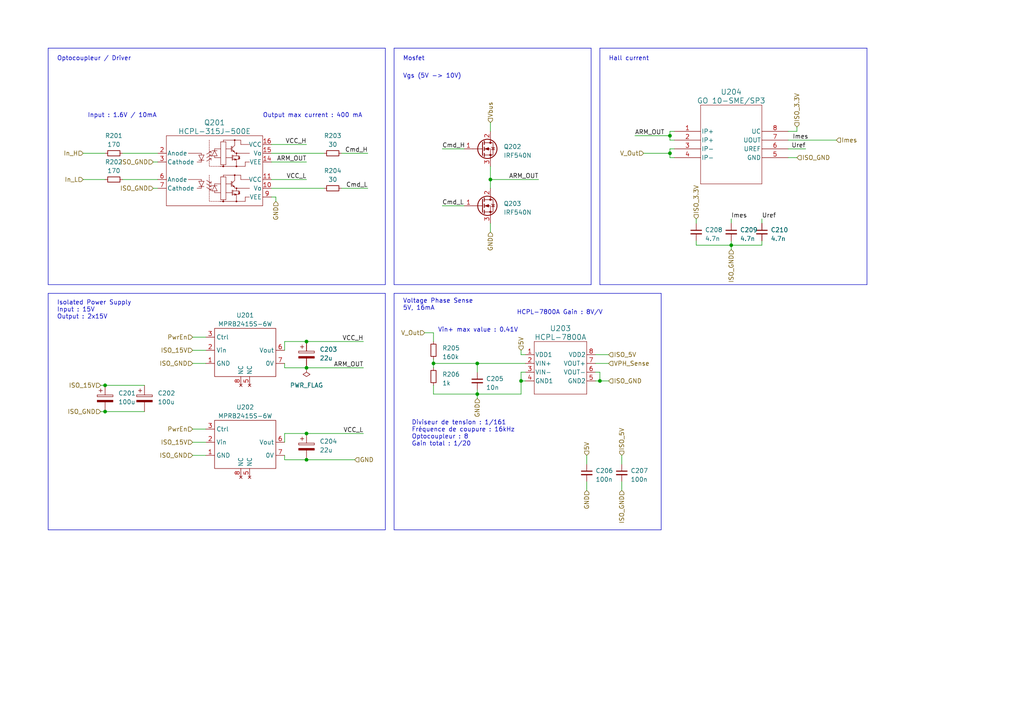
<source format=kicad_sch>
(kicad_sch (version 20230121) (generator eeschema)
  (paper "A4")
  (lib_symbols
    (symbol "Custom:GO_10-SME" (pin_names (offset 0.254))
      (property "Reference" "U" (at 7.62 -12.7 0))
      (property "Value" "GO 10-SME/SP3" (at 0 12.7 0))
      (symbol "GO_10-SME_0_1"
        (polyline (pts (xy -8.89 -11.43) (xy 8.89 -11.43)) (stroke (width 0.127)))
        (polyline (pts (xy -8.89 11.43) (xy -8.89 -11.43)) (stroke (width 0.127)))
        (polyline (pts (xy 8.89 -11.43) (xy 8.89 11.43)) (stroke (width 0.127)))
        (polyline (pts (xy 8.89 11.43) (xy -8.89 11.43)) (stroke (width 0.127)))
        (pin input line (at -16.51 3.81 0) (length 7.62) (name "IP+") (number "1"))
        (pin input line (at -16.51 1.27 0) (length 7.62) (name "IP+") (number "2"))
        (pin output line (at 16.51 1.27 180) (length 7.62) (name "UOUT") (number "7"))
        (pin power_in line (at 16.51 3.81 180) (length 7.62) (name "UC") (number "8"))
      )
      (symbol "GO_10-SME_1_1"
        (pin passive line (at -16.51 -1.27 0) (length 7.62) (name "IP-") (number "3"))
        (pin passive line (at -16.51 -3.81 0) (length 7.62) (name "IP-") (number "4"))
        (pin power_in line (at 16.51 -3.81 180) (length 7.62) (name "GND") (number "5"))
        (pin output line (at 16.51 -1.27 180) (length 7.62) (name "UREF") (number "6"))
      )
    )
    (symbol "Custom:HCPL-315J-500E" (pin_names (offset 0.254))
      (property "Reference" "Q" (at 10.16 -12.7 0))
      (property "Value" "HCPL-315J-500E" (at 0 10.16 0))
      (symbol "HCPL-315J-500E_0_1"
        (polyline (pts (xy -13.97 -11.43) (xy 13.97 -11.43)) (stroke (width 0.127)))
        (polyline (pts (xy -13.97 8.89) (xy -13.97 -11.43)) (stroke (width 0.127)))
        (polyline (pts (xy -7.62 -3.81) (xy -3.81 -3.81)) (stroke (width 0.127)))
        (polyline (pts (xy -7.62 3.81) (xy -3.81 3.81)) (stroke (width 0.127)))
        (polyline (pts (xy -5.08 -6.35) (xy -3.81 -6.35)) (stroke (width 0.127)))
        (polyline (pts (xy -5.08 1.27) (xy -3.81 1.27)) (stroke (width 0.127)))
        (polyline (pts (xy -4.572 -4.318) (xy -3.81 -5.842)) (stroke (width 0.127)))
        (polyline (pts (xy -4.572 3.302) (xy -3.81 1.778)) (stroke (width 0.127)))
        (polyline (pts (xy -3.81 -6.35) (xy -3.81 -5.842)) (stroke (width 0.127)))
        (polyline (pts (xy -3.81 -5.842) (xy -3.048 -4.318)) (stroke (width 0.127)))
        (polyline (pts (xy -3.81 -4.318) (xy -3.81 -3.81)) (stroke (width 0.127)))
        (polyline (pts (xy -3.81 1.27) (xy -3.81 1.778)) (stroke (width 0.127)))
        (polyline (pts (xy -3.81 1.778) (xy -3.048 3.302)) (stroke (width 0.127)))
        (polyline (pts (xy -3.81 3.302) (xy -3.81 3.81)) (stroke (width 0.127)))
        (polyline (pts (xy -3.048 -5.842) (xy -4.572 -5.842)) (stroke (width 0.127)))
        (polyline (pts (xy -3.048 -4.318) (xy -4.572 -4.318)) (stroke (width 0.127)))
        (polyline (pts (xy -3.048 1.778) (xy -4.572 1.778)) (stroke (width 0.127)))
        (polyline (pts (xy -3.048 3.302) (xy -4.572 3.302)) (stroke (width 0.127)))
        (polyline (pts (xy -2.286 -6.096) (xy -1.016 -6.858)) (stroke (width 0.127)))
        (polyline (pts (xy -2.286 -5.08) (xy -1.016 -5.842)) (stroke (width 0.127)))
        (polyline (pts (xy -2.286 -4.064) (xy -1.016 -4.826)) (stroke (width 0.127)))
        (polyline (pts (xy -2.286 1.524) (xy -1.016 2.286)) (stroke (width 0.127)))
        (polyline (pts (xy -2.286 2.54) (xy -1.016 3.302)) (stroke (width 0.127)))
        (polyline (pts (xy -2.286 3.556) (xy -1.016 4.318)) (stroke (width 0.127)))
        (polyline (pts (xy -1.524 -10.16) (xy -1.27 -10.16)) (stroke (width 0.127)))
        (polyline (pts (xy -1.524 -9.652) (xy -1.524 -9.906)) (stroke (width 0.127)))
        (polyline (pts (xy -1.524 -9.144) (xy -1.524 -9.398)) (stroke (width 0.127)))
        (polyline (pts (xy -1.524 -8.636) (xy -1.524 -8.89)) (stroke (width 0.127)))
        (polyline (pts (xy -1.524 -8.128) (xy -1.524 -8.382)) (stroke (width 0.127)))
        (polyline (pts (xy -1.524 -7.62) (xy -1.524 -7.874)) (stroke (width 0.127)))
        (polyline (pts (xy -1.524 -7.112) (xy -1.524 -7.366)) (stroke (width 0.127)))
        (polyline (pts (xy -1.524 -6.604) (xy -1.524 -6.858)) (stroke (width 0.127)))
        (polyline (pts (xy -1.524 -6.096) (xy -1.524 -6.35)) (stroke (width 0.127)))
        (polyline (pts (xy -1.524 -5.588) (xy -1.524 -5.842)) (stroke (width 0.127)))
        (polyline (pts (xy -1.524 -5.334) (xy -1.524 -5.08)) (stroke (width 0.127)))
        (polyline (pts (xy -1.524 -4.826) (xy -1.524 -4.572)) (stroke (width 0.127)))
        (polyline (pts (xy -1.524 -4.318) (xy -1.524 -4.064)) (stroke (width 0.127)))
        (polyline (pts (xy -1.524 -3.81) (xy -1.524 -3.556)) (stroke (width 0.127)))
        (polyline (pts (xy -1.524 -3.302) (xy -1.524 -3.048)) (stroke (width 0.127)))
        (polyline (pts (xy -1.524 -2.794) (xy -1.524 -2.54)) (stroke (width 0.127)))
        (polyline (pts (xy -1.524 0) (xy -1.27 0)) (stroke (width 0.127)))
        (polyline (pts (xy -1.524 0.508) (xy -1.524 0.254)) (stroke (width 0.127)))
        (polyline (pts (xy -1.524 1.016) (xy -1.524 0.762)) (stroke (width 0.127)))
        (polyline (pts (xy -1.524 1.524) (xy -1.524 1.27)) (stroke (width 0.127)))
        (polyline (pts (xy -1.524 2.032) (xy -1.524 1.778)) (stroke (width 0.127)))
        (polyline (pts (xy -1.524 2.54) (xy -1.524 2.286)) (stroke (width 0.127)))
        (polyline (pts (xy -1.524 3.048) (xy -1.524 2.794)) (stroke (width 0.127)))
        (polyline (pts (xy -1.524 3.302) (xy -1.524 3.556)) (stroke (width 0.127)))
        (polyline (pts (xy -1.524 3.81) (xy -1.524 4.064)) (stroke (width 0.127)))
        (polyline (pts (xy -1.524 4.318) (xy -1.524 4.572)) (stroke (width 0.127)))
        (polyline (pts (xy -1.524 4.826) (xy -1.524 5.08)) (stroke (width 0.127)))
        (polyline (pts (xy -1.524 5.334) (xy -1.524 5.588)) (stroke (width 0.127)))
        (polyline (pts (xy -1.524 5.842) (xy -1.524 6.096)) (stroke (width 0.127)))
        (polyline (pts (xy -1.524 6.35) (xy -1.524 6.604)) (stroke (width 0.127)))
        (polyline (pts (xy -1.524 6.858) (xy -1.524 7.112)) (stroke (width 0.127)))
        (polyline (pts (xy -1.524 7.366) (xy -1.524 7.62)) (stroke (width 0.127)))
        (polyline (pts (xy -1.016 -6.858) (xy -1.524 -6.858)) (stroke (width 0.127)))
        (polyline (pts (xy -1.016 -6.858) (xy -1.016 -6.35)) (stroke (width 0.127)))
        (polyline (pts (xy -1.016 -5.842) (xy -1.524 -5.842)) (stroke (width 0.127)))
        (polyline (pts (xy -1.016 -5.842) (xy -1.016 -5.334)) (stroke (width 0.127)))
        (polyline (pts (xy -1.016 -4.826) (xy -1.524 -4.826)) (stroke (width 0.127)))
        (polyline (pts (xy -1.016 -4.826) (xy -1.016 -4.318)) (stroke (width 0.127)))
        (polyline (pts (xy -1.016 2.286) (xy -1.524 2.286)) (stroke (width 0.127)))
        (polyline (pts (xy -1.016 2.286) (xy -1.016 1.778)) (stroke (width 0.127)))
        (polyline (pts (xy -1.016 3.302) (xy -1.524 3.302)) (stroke (width 0.127)))
        (polyline (pts (xy -1.016 3.302) (xy -1.016 2.794)) (stroke (width 0.127)))
        (polyline (pts (xy -1.016 4.318) (xy -1.524 4.318)) (stroke (width 0.127)))
        (polyline (pts (xy -1.016 4.318) (xy -1.016 3.81)) (stroke (width 0.127)))
        (polyline (pts (xy -0.762 -10.16) (xy -1.016 -10.16)) (stroke (width 0.127)))
        (polyline (pts (xy -0.762 -7.112) (xy 0.762 -7.112)) (stroke (width 0.127)))
        (polyline (pts (xy -0.762 -5.588) (xy 0.762 -5.588)) (stroke (width 0.127)))
        (polyline (pts (xy -0.762 0) (xy -1.016 0)) (stroke (width 0.127)))
        (polyline (pts (xy -0.762 3.048) (xy 0.762 3.048)) (stroke (width 0.127)))
        (polyline (pts (xy -0.762 4.572) (xy 0.762 4.572)) (stroke (width 0.127)))
        (polyline (pts (xy -0.254 -10.16) (xy -0.508 -10.16)) (stroke (width 0.127)))
        (polyline (pts (xy -0.254 0) (xy -0.508 0)) (stroke (width 0.127)))
        (polyline (pts (xy 0 -7.112) (xy 0 -7.62)) (stroke (width 0.127)))
        (polyline (pts (xy 0 -5.588) (xy -0.762 -7.112)) (stroke (width 0.127)))
        (polyline (pts (xy 0 -5.08) (xy 0 -5.588)) (stroke (width 0.127)))
        (polyline (pts (xy 0 3.048) (xy 0 2.54)) (stroke (width 0.127)))
        (polyline (pts (xy 0 4.572) (xy -0.762 3.048)) (stroke (width 0.127)))
        (polyline (pts (xy 0 5.08) (xy 0 4.572)) (stroke (width 0.127)))
        (polyline (pts (xy 0.254 -10.16) (xy 0 -10.16)) (stroke (width 0.127)))
        (polyline (pts (xy 0.254 0) (xy 0 0)) (stroke (width 0.127)))
        (polyline (pts (xy 0.762 -10.16) (xy 0.508 -10.16)) (stroke (width 0.127)))
        (polyline (pts (xy 0.762 -7.112) (xy 0 -5.588)) (stroke (width 0.127)))
        (polyline (pts (xy 0.762 0) (xy 0.508 0)) (stroke (width 0.127)))
        (polyline (pts (xy 0.762 3.048) (xy 0 4.572)) (stroke (width 0.127)))
        (polyline (pts (xy 1.27 -10.16) (xy 1.016 -10.16)) (stroke (width 0.127)))
        (polyline (pts (xy 1.27 0) (xy 1.016 0)) (stroke (width 0.127)))
        (polyline (pts (xy 1.778 -10.16) (xy 1.524 -10.16)) (stroke (width 0.127)))
        (polyline (pts (xy 1.778 -10.16) (xy 1.524 -10.16)) (stroke (width 0.127)))
        (polyline (pts (xy 1.778 -9.652) (xy 3.302 -9.652)) (stroke (width 0.127)))
        (polyline (pts (xy 1.778 -7.62) (xy 0 -7.62)) (stroke (width 0.127)))
        (polyline (pts (xy 1.778 -5.08) (xy 0 -5.08)) (stroke (width 0.127)))
        (polyline (pts (xy 1.778 -3.048) (xy 1.778 -9.652)) (stroke (width 0.127)))
        (polyline (pts (xy 1.778 0) (xy 1.524 0)) (stroke (width 0.127)))
        (polyline (pts (xy 1.778 0) (xy 1.524 0)) (stroke (width 0.127)))
        (polyline (pts (xy 1.778 0.508) (xy 3.302 0.508)) (stroke (width 0.127)))
        (polyline (pts (xy 1.778 2.54) (xy 0 2.54)) (stroke (width 0.127)))
        (polyline (pts (xy 1.778 5.08) (xy 0 5.08)) (stroke (width 0.127)))
        (polyline (pts (xy 1.778 7.112) (xy 1.778 0.508)) (stroke (width 0.127)))
        (polyline (pts (xy 2.286 -10.16) (xy 2.032 -10.16)) (stroke (width 0.127)))
        (polyline (pts (xy 2.286 -10.16) (xy 2.032 -10.16)) (stroke (width 0.127)))
        (polyline (pts (xy 2.286 0) (xy 2.032 0)) (stroke (width 0.127)))
        (polyline (pts (xy 2.286 0) (xy 2.032 0)) (stroke (width 0.127)))
        (polyline (pts (xy 2.54 -9.652) (xy 2.54 -10.16)) (stroke (width 0.127)))
        (polyline (pts (xy 2.54 -2.54) (xy 2.54 -3.048)) (stroke (width 0.127)))
        (polyline (pts (xy 2.54 0.508) (xy 2.54 0)) (stroke (width 0.127)))
        (polyline (pts (xy 2.54 7.62) (xy 2.54 7.112)) (stroke (width 0.127)))
        (polyline (pts (xy 3.302 -9.652) (xy 3.302 -3.048)) (stroke (width 0.127)))
        (polyline (pts (xy 3.302 -7.62) (xy 5.08 -7.62)) (stroke (width 0.127)))
        (polyline (pts (xy 3.302 -5.08) (xy 4.826 -5.08)) (stroke (width 0.127)))
        (polyline (pts (xy 3.302 -3.048) (xy 1.778 -3.048)) (stroke (width 0.127)))
        (polyline (pts (xy 3.302 0.508) (xy 3.302 7.112)) (stroke (width 0.127)))
        (polyline (pts (xy 3.302 2.54) (xy 5.08 2.54)) (stroke (width 0.127)))
        (polyline (pts (xy 3.302 5.08) (xy 4.826 5.08)) (stroke (width 0.127)))
        (polyline (pts (xy 3.302 7.112) (xy 1.778 7.112)) (stroke (width 0.127)))
        (polyline (pts (xy 4.826 -4.318) (xy 4.826 -5.842)) (stroke (width 0.127)))
        (polyline (pts (xy 4.826 5.842) (xy 4.826 4.318)) (stroke (width 0.127)))
        (polyline (pts (xy 5.08 -6.858) (xy 5.08 -8.382)) (stroke (width 0.127)))
        (polyline (pts (xy 5.08 -5.334) (xy 5.588 -5.842)) (stroke (width 0.127)))
        (polyline (pts (xy 5.08 -4.826) (xy 5.842 -4.064)) (stroke (width 0.127)))
        (polyline (pts (xy 5.08 -4.318) (xy 5.08 -5.842)) (stroke (width 0.127)))
        (polyline (pts (xy 5.08 3.302) (xy 5.08 1.778)) (stroke (width 0.127)))
        (polyline (pts (xy 5.08 4.826) (xy 5.588 4.318)) (stroke (width 0.127)))
        (polyline (pts (xy 5.08 5.334) (xy 5.842 6.096)) (stroke (width 0.127)))
        (polyline (pts (xy 5.08 5.842) (xy 5.08 4.318)) (stroke (width 0.127)))
        (polyline (pts (xy 5.334 -8.128) (xy 7.112 -8.128)) (stroke (width 0.127)))
        (polyline (pts (xy 5.334 -7.112) (xy 7.112 -7.112)) (stroke (width 0.127)))
        (polyline (pts (xy 5.334 -6.858) (xy 5.334 -8.382)) (stroke (width 0.127)))
        (polyline (pts (xy 5.334 2.032) (xy 7.112 2.032)) (stroke (width 0.127)))
        (polyline (pts (xy 5.334 3.048) (xy 7.112 3.048)) (stroke (width 0.127)))
        (polyline (pts (xy 5.334 3.302) (xy 5.334 1.778)) (stroke (width 0.127)))
        (polyline (pts (xy 5.842 -6.096) (xy 5.842 -6.35)) (stroke (width 0.127)))
        (polyline (pts (xy 5.842 -2.54) (xy 5.842 -4.064)) (stroke (width 0.127)))
        (polyline (pts (xy 5.842 4.064) (xy 5.842 3.81)) (stroke (width 0.127)))
        (polyline (pts (xy 5.842 7.62) (xy 5.842 6.096)) (stroke (width 0.127)))
        (polyline (pts (xy 6.35 -10.16) (xy 6.35 -8.128)) (stroke (width 0.127)))
        (polyline (pts (xy 6.35 -7.112) (xy 6.35 -6.35)) (stroke (width 0.127)))
        (polyline (pts (xy 6.35 -6.35) (xy 10.16 -6.35)) (stroke (width 0.127)))
        (polyline (pts (xy 6.35 0) (xy 6.35 2.032)) (stroke (width 0.127)))
        (polyline (pts (xy 6.35 3.048) (xy 6.35 3.81)) (stroke (width 0.127)))
        (polyline (pts (xy 6.35 3.81) (xy 10.16 3.81)) (stroke (width 0.127)))
        (polyline (pts (xy 6.858 -7.366) (xy 7.366 -7.366)) (stroke (width 0.127)))
        (polyline (pts (xy 6.858 2.794) (xy 7.366 2.794)) (stroke (width 0.127)))
        (polyline (pts (xy 7.112 -7.874) (xy 7.112 -8.128)) (stroke (width 0.127)))
        (polyline (pts (xy 7.112 -7.112) (xy 7.112 -7.366)) (stroke (width 0.127)))
        (polyline (pts (xy 7.112 2.286) (xy 7.112 2.032)) (stroke (width 0.127)))
        (polyline (pts (xy 7.112 3.048) (xy 7.112 2.794)) (stroke (width 0.127)))
        (polyline (pts (xy 7.62 -3.81) (xy 10.16 -3.81)) (stroke (width 0.127)))
        (polyline (pts (xy 7.62 -2.54) (xy 2.54 -2.54)) (stroke (width 0.127)))
        (polyline (pts (xy 7.62 -2.54) (xy 7.62 -3.81)) (stroke (width 0.127)))
        (polyline (pts (xy 7.62 6.35) (xy 10.16 6.35)) (stroke (width 0.127)))
        (polyline (pts (xy 7.62 7.62) (xy 2.54 7.62)) (stroke (width 0.127)))
        (polyline (pts (xy 7.62 7.62) (xy 7.62 6.35)) (stroke (width 0.127)))
        (polyline (pts (xy 8.89 -10.16) (xy 2.54 -10.16)) (stroke (width 0.127)))
        (polyline (pts (xy 8.89 -8.89) (xy 8.89 -10.16)) (stroke (width 0.127)))
        (polyline (pts (xy 8.89 -8.89) (xy 10.16 -8.89)) (stroke (width 0.127)))
        (polyline (pts (xy 8.89 0) (xy 2.54 0)) (stroke (width 0.127)))
        (polyline (pts (xy 8.89 1.27) (xy 8.89 0)) (stroke (width 0.127)))
        (polyline (pts (xy 8.89 1.27) (xy 10.16 1.27)) (stroke (width 0.127)))
        (polyline (pts (xy 13.97 -11.43) (xy 13.97 8.89)) (stroke (width 0.127)))
        (polyline (pts (xy 13.97 8.89) (xy -13.97 8.89)) (stroke (width 0.127)))
        (polyline (pts (xy 5.842 -6.096) (xy 5.588 -5.588) (xy 5.334 -5.842)) (fill (type outline)))
        (polyline (pts (xy 5.842 4.064) (xy 5.588 4.572) (xy 5.334 4.318)) (fill (type outline)))
        (polyline (pts (xy 6.35 -8.128) (xy 5.842 -8.382) (xy 5.842 -7.874)) (fill (type outline)))
        (polyline (pts (xy 6.35 2.032) (xy 5.842 1.778) (xy 5.842 2.286)) (fill (type outline)))
        (polyline (pts (xy 7.112 -7.366) (xy 7.366 -7.874) (xy 6.858 -7.874)) (fill (type outline)))
        (polyline (pts (xy 7.112 2.794) (xy 7.366 2.286) (xy 6.858 2.286)) (fill (type outline)))
        (circle (center 2.54 -10.16) (radius 0.127) (stroke (width 0.254)))
        (circle (center 2.54 0) (radius 0.127) (stroke (width 0.254)))
        (circle (center 5.842 -2.54) (radius 0.127) (stroke (width 0.254)))
        (circle (center 5.842 7.62) (radius 0.127) (stroke (width 0.254)))
        (circle (center 6.35 -10.16) (radius 0.127) (stroke (width 0.254)))
        (circle (center 6.35 -6.35) (radius 0.127) (stroke (width 0.254)))
        (circle (center 6.35 0) (radius 0.127) (stroke (width 0.254)))
        (circle (center 6.35 3.81) (radius 0.127) (stroke (width 0.254)))
      )
      (symbol "HCPL-315J-500E_1_1"
        (pin no_connect line (at -11.43 6.35 0) (length 2.54) hide (name "N/C") (number "1"))
        (pin output line (at 16.51 -6.35 180) (length 2.54) (name "Vo") (number "10"))
        (pin power_in line (at 16.51 -3.81 180) (length 2.54) (name "VCC") (number "11"))
        (pin power_in line (at 16.51 1.27 180) (length 2.54) (name "VEE") (number "14"))
        (pin output line (at 16.51 3.81 180) (length 2.54) (name "Vo") (number "15"))
        (pin power_in line (at 16.51 6.35 180) (length 2.54) (name "VCC") (number "16"))
        (pin unspecified line (at -16.51 3.81 0) (length 2.54) (name "Anode") (number "2"))
        (pin unspecified line (at -16.51 1.27 0) (length 2.54) (name "Cathode") (number "3"))
        (pin unspecified line (at -16.51 -3.81 0) (length 2.54) (name "Anode") (number "6"))
        (pin unspecified line (at -16.51 -6.35 0) (length 2.54) (name "Cathode") (number "7"))
        (pin no_connect line (at -16.51 -8.89 0) (length 2.54) hide (name "N/C") (number "8"))
        (pin power_in line (at 16.51 -8.89 180) (length 2.54) (name "VEE") (number "9"))
      )
    )
    (symbol "Custom:HCPL-7800A" (pin_names (offset 0.254))
      (property "Reference" "U" (at 6.35 -8.89 0))
      (property "Value" "HCPL-7800A" (at 0 8.89 0))
      (symbol "HCPL-7800A_0_1"
        (polyline (pts (xy -7.62 -7.62) (xy 7.62 -7.62)) (stroke (width 0.127)))
        (polyline (pts (xy -7.62 7.62) (xy -7.62 -7.62)) (stroke (width 0.127)))
        (polyline (pts (xy 7.62 -7.62) (xy 7.62 7.62)) (stroke (width 0.127)))
        (polyline (pts (xy 7.62 7.62) (xy -7.62 7.62)) (stroke (width 0.127)))
      )
      (symbol "HCPL-7800A_1_1"
        (pin power_in line (at -10.16 3.81 0) (length 2.54) (name "VDD1") (number "1"))
        (pin input line (at -10.16 1.27 0) (length 2.54) (name "VIN+") (number "2"))
        (pin input line (at -10.16 -1.27 0) (length 2.54) (name "VIN-") (number "3"))
        (pin power_in line (at -10.16 -3.81 0) (length 2.54) (name "GND1") (number "4"))
        (pin power_in line (at 10.16 -3.81 180) (length 2.54) (name "GND2") (number "5"))
        (pin passive line (at 10.16 -1.27 180) (length 2.54) (name "VOUT-") (number "6"))
        (pin passive line (at 10.16 1.27 180) (length 2.54) (name "VOUT+") (number "7"))
        (pin power_in line (at 10.16 3.81 180) (length 2.54) (name "VDD2") (number "8"))
      )
    )
    (symbol "Custom:MPRB2415S-6W"
      (property "Reference" "U" (at 6.35 -8.89 0))
      (property "Value" "MPRB2415S-6W" (at 0 7.62 0))
      (symbol "MPRB2415S-6W_1_1"
        (rectangle (start -8.89 6.35) (end 8.89 -7.62))
        (pin power_in line (at -11.43 -3.81 0) (length 2.54) (name "GND") (number "1"))
        (pin power_in line (at -11.43 0 0) (length 2.54) (name "Vin") (number "2"))
        (pin bidirectional line (at -11.43 3.81 0) (length 2.54) (name "Ctrl") (number "3"))
        (pin no_connect line (at 1.27 -10.16 90) (length 2.54) (name "NC") (number "5"))
        (pin power_out line (at 11.43 0 180) (length 2.54) (name "Vout") (number "6"))
        (pin passive line (at 11.43 -3.81 180) (length 2.54) (name "0V") (number "7"))
        (pin no_connect line (at -1.27 -10.16 90) (length 2.54) (name "NC") (number "8"))
      )
    )
    (symbol "Device:C_Polarized" (pin_numbers hide) (pin_names (offset 0.254))
      (property "Reference" "C" (at 0.635 2.54 0))
      (property "Value" "C_Polarized" (at 0.635 -2.54 0))
      (symbol "C_Polarized_0_1"
        (rectangle (start -2.286 0.508) (end 2.286 1.016))
        (polyline (pts (xy -1.778 2.286) (xy -0.762 2.286)))
        (polyline (pts (xy -1.27 2.794) (xy -1.27 1.778)))
        (rectangle (start 2.286 -0.508) (end -2.286 -1.016) (fill (type outline)))
      )
      (symbol "C_Polarized_1_1"
        (pin passive line (at 0 3.81 270) (length 2.794) (name "~") (number "1"))
        (pin passive line (at 0 -3.81 90) (length 2.794) (name "~") (number "2"))
      )
    )
    (symbol "Device:C_Small" (pin_numbers hide) (pin_names (offset 0.254) hide)
      (property "Reference" "C" (at 0.254 1.778 0))
      (property "Value" "C_Small" (at 0.254 -2.032 0))
      (symbol "C_Small_0_1"
        (polyline (pts (xy -1.524 -0.508) (xy 1.524 -0.508)) (stroke (width 0.3302)))
        (polyline (pts (xy -1.524 0.508) (xy 1.524 0.508)) (stroke (width 0.3048)))
      )
      (symbol "C_Small_1_1"
        (pin passive line (at 0 2.54 270) (length 2.032) (name "~") (number "1"))
        (pin passive line (at 0 -2.54 90) (length 2.032) (name "~") (number "2"))
      )
    )
    (symbol "Device:R_Small" (pin_numbers hide) (pin_names (offset 0.254) hide)
      (property "Reference" "R" (at 0.762 0.508 0))
      (property "Value" "R_Small" (at 0.762 -1.016 0))
      (symbol "R_Small_0_1"
        (rectangle (start -0.762 1.778) (end 0.762 -1.778) (stroke (width 0.2032)))
      )
      (symbol "R_Small_1_1"
        (pin passive line (at 0 2.54 270) (length 0.762) (name "~") (number "1"))
        (pin passive line (at 0 -2.54 90) (length 0.762) (name "~") (number "2"))
      )
    )
    (symbol "MPRB2415S-6W_1"
      (property "Reference" "U" (at 6.35 -8.89 0))
      (property "Value" "MPRB2415S-6W" (at 0 7.62 0))
      (symbol "MPRB2415S-6W_1_1_1"
        (rectangle (start -8.89 6.35) (end 8.89 -7.62))
        (pin power_in line (at -11.43 -3.81 0) (length 2.54) (name "GND") (number "1"))
        (pin power_in line (at -11.43 0 0) (length 2.54) (name "Vin") (number "2"))
        (pin bidirectional line (at -11.43 3.81 0) (length 2.54) (name "Ctrl") (number "3"))
        (pin no_connect line (at 1.27 -10.16 90) (length 2.54) (name "NC") (number "5"))
        (pin power_out line (at 11.43 0 180) (length 2.54) (name "Vout") (number "6"))
        (pin passive line (at 11.43 -3.81 180) (length 2.54) (name "0V") (number "7"))
        (pin no_connect line (at -1.27 -10.16 90) (length 2.54) (name "NC") (number "8"))
      )
    )
    (symbol "Transistor_FET:IRF540N" (pin_names hide)
      (property "Reference" "Q" (at 6.35 1.905 0))
      (property "Value" "IRF540N" (at 6.35 0 0))
      (symbol "IRF540N_0_1"
        (polyline (pts (xy 0.254 0) (xy -2.54 0)))
        (polyline (pts (xy 0.254 1.905) (xy 0.254 -1.905)) (stroke (width 0.254)))
        (polyline (pts (xy 0.762 -1.27) (xy 0.762 -2.286)) (stroke (width 0.254)))
        (polyline (pts (xy 0.762 0.508) (xy 0.762 -0.508)) (stroke (width 0.254)))
        (polyline (pts (xy 0.762 2.286) (xy 0.762 1.27)) (stroke (width 0.254)))
        (polyline (pts (xy 2.54 2.54) (xy 2.54 1.778)))
        (polyline (pts (xy 2.54 -2.54) (xy 2.54 0) (xy 0.762 0)))
        (polyline (pts (xy 0.762 -1.778) (xy 3.302 -1.778) (xy 3.302 1.778) (xy 0.762 1.778)))
        (polyline (pts (xy 1.016 0) (xy 2.032 0.381) (xy 2.032 -0.381) (xy 1.016 0)) (fill (type outline)))
        (polyline (pts (xy 2.794 0.508) (xy 2.921 0.381) (xy 3.683 0.381) (xy 3.81 0.254)))
        (polyline (pts (xy 3.302 0.381) (xy 2.921 -0.254) (xy 3.683 -0.254) (xy 3.302 0.381)))
        (circle (center 1.651 0) (radius 2.794) (stroke (width 0.254)))
        (circle (center 2.54 -1.778) (radius 0.254) (fill (type outline)))
        (circle (center 2.54 1.778) (radius 0.254) (fill (type outline)))
      )
      (symbol "IRF540N_1_1"
        (pin input line (at -5.08 0 0) (length 2.54) (name "G") (number "1"))
        (pin passive line (at 2.54 5.08 270) (length 2.54) (name "D") (number "2"))
        (pin passive line (at 2.54 -5.08 90) (length 2.54) (name "S") (number "3"))
      )
    )
    (symbol "power:PWR_FLAG" (power) (pin_numbers hide) (pin_names (offset 0) hide)
      (property "Value" "PWR_FLAG" (at 0 3.81 0))
      (symbol "PWR_FLAG_0_0"
        (pin power_out line (at 0 0 90) (length 0) (name "pwr") (number "1"))
      )
      (symbol "PWR_FLAG_0_1"
        (polyline (pts (xy 0 0) (xy 0 1.27) (xy -1.016 1.905) (xy 0 2.54) (xy 1.016 1.905) (xy 0 1.27)))
      )
    )
  )
  (junction (at 194.31 44.45))
  (junction (at 212.09 71.12))
  (junction (at 88.9 133.35))
  (junction (at 88.9 99.06))
  (junction (at 30.48 111.76))
  (junction (at 138.43 114.3))
  (junction (at 30.48 119.38))
  (junction (at 125.73 105.41))
  (junction (at 88.9 106.68))
  (junction (at 88.9 125.73))
  (junction (at 142.24 52.07))
  (junction (at 151.13 110.49))
  (junction (at 138.43 105.41))
  (junction (at 194.31 39.37))
  (junction (at 173.99 110.49))
  (wire (pts (xy 212.09 69.85) (xy 212.09 71.12)))
  (wire (pts (xy 201.93 71.12) (xy 212.09 71.12)))
  (wire (pts (xy 78.74 41.91) (xy 88.9 41.91)))
  (wire (pts (xy 172.72 110.49) (xy 173.99 110.49)))
  (wire (pts (xy 88.9 99.06) (xy 105.41 99.06)))
  (wire (pts (xy 142.24 64.77) (xy 142.24 67.31)))
  (wire (pts (xy 138.43 114.3) (xy 138.43 115.57)))
  (wire (pts (xy 151.13 102.87) (xy 151.13 101.6)))
  (polyline (pts (xy 251.46 82.55) (xy 173.99 82.55)))
  (wire (pts (xy 142.24 35.56) (xy 142.24 38.1)))
  (wire (pts (xy 142.24 48.26) (xy 142.24 52.07)))
  (wire (pts (xy 195.58 40.64) (xy 194.31 40.64)))
  (wire (pts (xy 142.24 52.07) (xy 156.21 52.07)))
  (wire (pts (xy 194.31 44.45) (xy 194.31 43.18)))
  (wire (pts (xy 24.13 44.45) (xy 30.48 44.45)))
  (wire (pts (xy 55.88 97.79) (xy 59.69 97.79)))
  (wire (pts (xy 228.6 38.1) (xy 231.14 38.1)))
  (wire (pts (xy 125.73 104.14) (xy 125.73 105.41)))
  (polyline (pts (xy 191.77 153.67) (xy 114.3 153.67)))
  (wire (pts (xy 194.31 43.18) (xy 195.58 43.18)))
  (wire (pts (xy 88.9 133.35) (xy 102.87 133.35)))
  (polyline (pts (xy 114.3 85.09) (xy 191.77 85.09)))
  (wire (pts (xy 55.88 128.27) (xy 59.69 128.27)))
  (wire (pts (xy 80.01 58.42) (xy 80.01 57.15)))
  (wire (pts (xy 220.98 69.85) (xy 220.98 71.12)))
  (wire (pts (xy 173.99 110.49) (xy 176.53 110.49)))
  (wire (pts (xy 82.55 125.73) (xy 88.9 125.73)))
  (wire (pts (xy 88.9 106.68) (xy 105.41 106.68)))
  (wire (pts (xy 125.73 114.3) (xy 138.43 114.3)))
  (wire (pts (xy 88.9 125.73) (xy 105.41 125.73)))
  (wire (pts (xy 30.48 111.76) (xy 41.91 111.76)))
  (wire (pts (xy 82.55 125.73) (xy 82.55 128.27)))
  (wire (pts (xy 151.13 107.95) (xy 151.13 110.49)))
  (polyline (pts (xy 191.77 85.09) (xy 191.77 153.67)))
  (wire (pts (xy 125.73 96.52) (xy 123.19 96.52)))
  (wire (pts (xy 128.27 59.69) (xy 134.62 59.69)))
  (wire (pts (xy 194.31 44.45) (xy 194.31 45.72)))
  (wire (pts (xy 125.73 105.41) (xy 138.43 105.41)))
  (wire (pts (xy 80.01 57.15) (xy 78.74 57.15)))
  (wire (pts (xy 201.93 63.5) (xy 201.93 64.77)))
  (wire (pts (xy 186.69 44.45) (xy 194.31 44.45)))
  (wire (pts (xy 99.06 54.61) (xy 106.68 54.61)))
  (polyline (pts (xy 111.76 13.97) (xy 111.76 82.55)))
  (wire (pts (xy 35.56 52.07) (xy 45.72 52.07)))
  (wire (pts (xy 151.13 114.3) (xy 151.13 110.49)))
  (polyline (pts (xy 13.97 13.97) (xy 111.76 13.97)))
  (wire (pts (xy 29.21 111.76) (xy 30.48 111.76)))
  (wire (pts (xy 184.15 39.37) (xy 194.31 39.37)))
  (wire (pts (xy 194.31 39.37) (xy 194.31 40.64)))
  (wire (pts (xy 78.74 52.07) (xy 88.9 52.07)))
  (wire (pts (xy 231.14 38.1) (xy 231.14 36.83)))
  (wire (pts (xy 228.6 45.72) (xy 231.14 45.72)))
  (wire (pts (xy 142.24 52.07) (xy 142.24 54.61)))
  (wire (pts (xy 212.09 71.12) (xy 220.98 71.12)))
  (wire (pts (xy 128.27 43.18) (xy 134.62 43.18)))
  (wire (pts (xy 201.93 69.85) (xy 201.93 71.12)))
  (wire (pts (xy 82.55 106.68) (xy 82.55 105.41)))
  (wire (pts (xy 194.31 45.72) (xy 195.58 45.72)))
  (polyline (pts (xy 114.3 13.97) (xy 114.3 82.55)))
  (wire (pts (xy 125.73 105.41) (xy 125.73 106.68)))
  (polyline (pts (xy 111.76 85.09) (xy 111.76 153.67)))
  (polyline (pts (xy 111.76 153.67) (xy 13.97 153.67)))
  (wire (pts (xy 82.55 106.68) (xy 88.9 106.68)))
  (polyline (pts (xy 114.3 85.09) (xy 114.3 153.67)))
  (polyline (pts (xy 114.3 13.97) (xy 171.45 13.97)))
  (wire (pts (xy 138.43 113.03) (xy 138.43 114.3)))
  (wire (pts (xy 180.34 132.08) (xy 180.34 134.62)))
  (wire (pts (xy 194.31 38.1) (xy 195.58 38.1)))
  (wire (pts (xy 78.74 46.99) (xy 88.9 46.99)))
  (wire (pts (xy 55.88 132.08) (xy 59.69 132.08)))
  (polyline (pts (xy 13.97 13.97) (xy 13.97 82.55)))
  (wire (pts (xy 82.55 99.06) (xy 82.55 101.6)))
  (wire (pts (xy 228.6 40.64) (xy 242.57 40.64)))
  (wire (pts (xy 220.98 63.5) (xy 220.98 64.77)))
  (wire (pts (xy 138.43 114.3) (xy 151.13 114.3)))
  (wire (pts (xy 151.13 110.49) (xy 152.4 110.49)))
  (wire (pts (xy 170.18 139.7) (xy 170.18 142.24)))
  (wire (pts (xy 30.48 52.07) (xy 24.13 52.07)))
  (wire (pts (xy 82.55 133.35) (xy 88.9 133.35)))
  (wire (pts (xy 125.73 111.76) (xy 125.73 114.3)))
  (wire (pts (xy 99.06 44.45) (xy 106.68 44.45)))
  (wire (pts (xy 228.6 43.18) (xy 233.68 43.18)))
  (wire (pts (xy 138.43 105.41) (xy 152.4 105.41)))
  (wire (pts (xy 44.45 46.99) (xy 45.72 46.99)))
  (wire (pts (xy 78.74 44.45) (xy 93.98 44.45)))
  (polyline (pts (xy 173.99 13.97) (xy 251.46 13.97)))
  (wire (pts (xy 212.09 71.12) (xy 212.09 72.39)))
  (wire (pts (xy 35.56 44.45) (xy 45.72 44.45)))
  (wire (pts (xy 172.72 107.95) (xy 173.99 107.95)))
  (polyline (pts (xy 173.99 13.97) (xy 173.99 82.55)))
  (wire (pts (xy 176.53 102.87) (xy 172.72 102.87)))
  (polyline (pts (xy 171.45 13.97) (xy 171.45 82.55)))
  (wire (pts (xy 29.21 119.38) (xy 30.48 119.38)))
  (wire (pts (xy 30.48 119.38) (xy 41.91 119.38)))
  (wire (pts (xy 55.88 105.41) (xy 59.69 105.41)))
  (wire (pts (xy 170.18 132.08) (xy 170.18 134.62)))
  (polyline (pts (xy 13.97 85.09) (xy 13.97 153.67)))
  (wire (pts (xy 138.43 107.95) (xy 138.43 105.41)))
  (wire (pts (xy 125.73 99.06) (xy 125.73 96.52)))
  (wire (pts (xy 212.09 63.5) (xy 212.09 64.77)))
  (wire (pts (xy 152.4 107.95) (xy 151.13 107.95)))
  (wire (pts (xy 194.31 38.1) (xy 194.31 39.37)))
  (wire (pts (xy 78.74 54.61) (xy 93.98 54.61)))
  (wire (pts (xy 180.34 142.24) (xy 180.34 139.7)))
  (wire (pts (xy 82.55 99.06) (xy 88.9 99.06)))
  (polyline (pts (xy 13.97 85.09) (xy 111.76 85.09)))
  (wire (pts (xy 59.69 124.46) (xy 55.88 124.46)))
  (wire (pts (xy 55.88 101.6) (xy 59.69 101.6)))
  (wire (pts (xy 152.4 102.87) (xy 151.13 102.87)))
  (wire (pts (xy 44.45 54.61) (xy 45.72 54.61)))
  (polyline (pts (xy 111.76 82.55) (xy 13.97 82.55)))
  (wire (pts (xy 173.99 107.95) (xy 173.99 110.49)))
  (polyline (pts (xy 251.46 13.97) (xy 251.46 82.55)))
  (wire (pts (xy 172.72 105.41) (xy 176.53 105.41)))
  (wire (pts (xy 82.55 133.35) (xy 82.55 132.08)))
  (polyline (pts (xy 171.45 82.55) (xy 114.3 82.55)))
  (text "Hall current" (at 176.53 17.78 0) (effects (font (size 1.27 1.27)) (justify left bottom)))
  (text "Isolated Power Supply\nInput : 15V\nOutput : 2x15V" (at 16.51 92.71 0) (effects (font (size 1.27 1.27)) (justify left bottom)))
  (text "Output max current : 400 mA" (at 76.2 34.29 0) (effects (font (size 1.27 1.27)) (justify left bottom)))
  (text "Input : 1.6V / 10mA\n" (at 25.4 34.29 0) (effects (font (size 1.27 1.27)) (justify left bottom)))
  (text "Voltage Phase Sense\n5V, 16mA\n" (at 116.84 90.17 0) (effects (font (size 1.27 1.27)) (justify left bottom)))
  (text "Vgs (5V -> 10V)\n" (at 116.84 22.86 0) (effects (font (size 1.27 1.27)) (justify left bottom)))
  (text "Vin+ max value : 0.41V" (at 127 96.52 0) (effects (font (size 1.27 1.27)) (justify left bottom)))
  (text "Mosfet" (at 116.84 17.78 0) (effects (font (size 1.27 1.27)) (justify left bottom)))
  (text "Optocoupleur / Driver" (at 16.51 17.78 0) (effects (font (size 1.27 1.27)) (justify left bottom)))
  (text "Diviseur de tension : 1/161\nFréquence de coupure : 16kHz\nOptocoupleur : 8\nGain total : 1/20" (at 119.38 129.54 0) (effects (font (size 1.27 1.27)) (justify left bottom)))
  (text "HCPL-7800A Gain : 8V/V" (at 149.86 91.44 0) (effects (font (size 1.27 1.27)) (justify left bottom)))
  (label "Uref" (at 220.98 63.5 0))
  (label "ARM_OUT" (at 184.15 39.37 0))
  (label "ARM_OUT" (at 105.41 106.68 180))
  (label "VCC_L" (at 88.9 52.07 180))
  (label "VCC_H" (at 88.9 41.91 180))
  (label "Imes" (at 229.87 40.64 0))
  (label "ARM_OUT" (at 156.21 52.07 180))
  (label "Imes" (at 212.09 63.5 0))
  (label "Cmd_H" (at 106.68 44.45 180))
  (label "ARM_OUT" (at 88.9 46.99 180))
  (label "VCC_H" (at 105.41 99.06 180))
  (label "Cmd_L" (at 128.27 59.69 0))
  (label "Uref" (at 233.68 43.18 180))
  (label "VCC_L" (at 105.41 125.73 180))
  (label "Cmd_L" (at 106.68 54.61 180))
  (label "Cmd_H" (at 128.27 43.18 0))
  (hierarchical_label "V_Out" (shape input) (at 123.19 96.52 180))
  (hierarchical_label "ISO_GND" (shape input) (at 29.21 119.38 180))
  (hierarchical_label "ISO_GND" (shape input) (at 55.88 132.08 180))
  (hierarchical_label "ISO_GND" (shape input) (at 180.34 142.24 270))
  (hierarchical_label "ISO_5V" (shape input) (at 180.34 132.08 90))
  (hierarchical_label "ISO_15V" (shape input) (at 29.21 111.76 180))
  (hierarchical_label "In_L" (shape input) (at 24.13 52.07 180))
  (hierarchical_label "In_H" (shape input) (at 24.13 44.45 180))
  (hierarchical_label "PwrEn" (shape input) (at 55.88 124.46 180))
  (hierarchical_label "ISO_15V" (shape input) (at 55.88 128.27 180))
  (hierarchical_label "VPH_Sense" (shape input) (at 176.53 105.41 0))
  (hierarchical_label "V_Out" (shape input) (at 186.69 44.45 180))
  (hierarchical_label "5V" (shape input) (at 170.18 132.08 90))
  (hierarchical_label "ISO_GND" (shape input) (at 176.53 110.49 0))
  (hierarchical_label "GND" (shape input) (at 102.87 133.35 0))
  (hierarchical_label "GND" (shape input) (at 142.24 67.31 270))
  (hierarchical_label "GND" (shape input) (at 170.18 142.24 270))
  (hierarchical_label "ISO_3.3V" (shape input) (at 231.14 36.83 90))
  (hierarchical_label "ISO_GND" (shape input) (at 212.09 72.39 270))
  (hierarchical_label "PwrEn" (shape input) (at 55.88 97.79 180))
  (hierarchical_label "ISO_GND" (shape input) (at 44.45 54.61 180))
  (hierarchical_label "ISO_GND" (shape input) (at 231.14 45.72 0))
  (hierarchical_label "Imes" (shape input) (at 242.57 40.64 0))
  (hierarchical_label "ISO_5V" (shape input) (at 176.53 102.87 0))
  (hierarchical_label "ISO_3.3V" (shape input) (at 201.93 63.5 90))
  (hierarchical_label "Vbus" (shape input) (at 142.24 35.56 90))
  (hierarchical_label "ISO_GND" (shape input) (at 55.88 105.41 180))
  (hierarchical_label "ISO_15V" (shape input) (at 55.88 101.6 180))
  (hierarchical_label "GND" (shape input) (at 138.43 115.57 270))
  (hierarchical_label "ISO_GND" (shape input) (at 44.45 46.99 180))
  (hierarchical_label "GND" (shape input) (at 80.01 58.42 270))
  (hierarchical_label "5V" (shape input) (at 151.13 101.6 90))
  (symbol (lib_id "Device:C_Polarized") (at 88.9 129.54 0) (unit 1)
    (property "Reference" "C204" (at 92.71 128.016 0) (effects (justify left)))
    (property "Value" "22u" (at 92.71 130.556 0) (effects (justify left)))
    (property "Footprint" "Capacitor_SMD:CP_Elec_5x5.4" (effects hide))
    (property "Vmax" "25V" (effects hide))
    (property "MFR" "865060442002" (effects hide))
    (instances (project "Inverter_KiCAD" (path "" (reference "C204") (unit 1)) (path "" (reference "C304") (unit 1)) (path "" (reference "C404") (unit 1))))
  )
  (symbol (lib_id "Device:C_Small") (at 220.98 67.31 0) (unit 1)
    (property "Reference" "C210" (at 223.52 66.6813 0) (effects (justify left)))
    (property "Value" "4.7n" (at 223.52 69.2213 0) (effects (justify left)))
    (property "Footprint" "Capacitor_SMD:C_0402_1005Metric_Pad0.74x0.62mm_HandSolder" (effects hide))
    (instances (project "Inverter_KiCAD" (path "" (reference "C210") (unit 1)) (path "" (reference "C310") (unit 1)) (path "" (reference "C410") (unit 1))))
  )
  (symbol (lib_id "Device:C_Small") (at 170.18 137.16 0) (unit 1)
    (property "Reference" "C206" (at 172.72 136.5313 0) (effects (justify left)))
    (property "Value" "100n" (at 172.72 139.0713 0) (effects (justify left)))
    (property "Footprint" "Capacitor_SMD:C_0402_1005Metric_Pad0.74x0.62mm_HandSolder" (effects hide))
    (instances (project "Inverter_KiCAD" (path "" (reference "C206") (unit 1)) (path "" (reference "C306") (unit 1)) (path "" (reference "C406") (unit 1))))
  )
  (symbol (lib_id "Device:R_Small") (at 33.02 44.45 270) (unit 1)
    (property "Reference" "R201" (at 33.02 39.37 90))
    (property "Value" "170" (at 33.02 41.91 90))
    (property "Footprint" "Resistor_SMD:R_0603_1608Metric_Pad0.98x0.95mm_HandSolder" (effects hide))
    (instances (project "Inverter_KiCAD" (path "" (reference "R201") (unit 1)) (path "" (reference "R301") (unit 1)) (path "" (reference "R401") (unit 1))))
  )
  (symbol (lib_id "Device:R_Small") (at 96.52 44.45 90) (unit 1)
    (property "Reference" "R203" (at 96.52 39.37 90))
    (property "Value" "30" (at 96.52 41.91 90))
    (property "Footprint" "Resistor_SMD:R_1206_3216Metric_Pad1.30x1.75mm_HandSolder" (effects hide))
    (instances (project "Inverter_KiCAD" (path "" (reference "R203") (unit 1)) (path "" (reference "R303") (unit 1)) (path "" (reference "R403") (unit 1))))
  )
  (symbol (lib_id "Device:C_Small") (at 138.43 110.49 0) (unit 1)
    (property "Reference" "C205" (at 140.97 109.8613 0) (effects (justify left)))
    (property "Value" "10n" (at 140.97 112.4013 0) (effects (justify left)))
    (property "Footprint" "Capacitor_SMD:C_0603_1608Metric_Pad1.08x0.95mm_HandSolder" (effects hide))
    (instances (project "Inverter_KiCAD" (path "" (reference "C205") (unit 1)) (path "" (reference "C305") (unit 1)) (path "" (reference "C405") (unit 1))))
  )
  (symbol (lib_id "Device:C_Polarized") (at 30.48 115.57 0) (unit 1)
    (property "Reference" "C201" (at 34.29 114.046 0) (effects (justify left)))
    (property "Value" "100u" (at 34.29 116.586 0) (effects (justify left)))
    (property "Footprint" "Capacitor_SMD:CP_Elec_6.3x7.7" (effects hide))
    (property "Vmax" "25V" (effects hide))
    (property "MFR" "865060445005" (effects hide))
    (instances (project "Inverter_KiCAD" (path "" (reference "C201") (unit 1)) (path "" (reference "C301") (unit 1)) (path "" (reference "C401") (unit 1))))
  )
  (symbol (lib_id "Device:C_Small") (at 212.09 67.31 0) (unit 1)
    (property "Reference" "C209" (at 214.63 66.6813 0) (effects (justify left)))
    (property "Value" "4.7n" (at 214.63 69.2213 0) (effects (justify left)))
    (property "Footprint" "Capacitor_SMD:C_0402_1005Metric_Pad0.74x0.62mm_HandSolder" (effects hide))
    (instances (project "Inverter_KiCAD" (path "" (reference "C209") (unit 1)) (path "" (reference "C309") (unit 1)) (path "" (reference "C409") (unit 1))))
  )
  (symbol (lib_id "Transistor_FET:IRF540N") (at 139.7 59.69 0) (unit 1)
    (property "Reference" "Q203" (at 146.05 59.055 0) (effects (justify left)))
    (property "Value" "IRF540N" (at 146.05 61.595 0) (effects (justify left)))
    (property "Footprint" "Package_TO_SOT_THT:TO-220-3_Vertical" (effects hide))
    (property "Datasheet" "http://www.irf.com/product-info/datasheets/data/irf540n.pdf" (effects hide))
    (instances (project "Inverter_KiCAD" (path "" (reference "Q203") (unit 1)) (path "" (reference "Q303") (unit 1)) (path "" (reference "Q403") (unit 1))))
  )
  (symbol (lib_id "Custom:MPRB2415S-6W") (at 71.12 101.6 0) (unit 1)
    (property "Reference" "U201" (at 71.12 91.44 0))
    (property "Value" "MPRB2415S-6W" (at 71.12 93.98 0))
    (property "Footprint" "Custom:MPRB2415S" (effects hide))
    (instances (project "Inverter_KiCAD" (path "" (reference "U201") (unit 1)) (path "" (reference "U301") (unit 1)) (path "" (reference "U401") (unit 1))))
  )
  (symbol (lib_id "Device:R_Small") (at 33.02 52.07 270) (unit 1)
    (property "Reference" "R202" (at 33.02 46.99 90))
    (property "Value" "170" (at 33.02 49.53 90))
    (property "Footprint" "Resistor_SMD:R_0603_1608Metric_Pad0.98x0.95mm_HandSolder" (effects hide))
    (instances (project "Inverter_KiCAD" (path "" (reference "R202") (unit 1)) (path "" (reference "R302") (unit 1)) (path "" (reference "R402") (unit 1))))
  )
  (symbol (lib_id "Device:R_Small") (at 125.73 109.22 0) (unit 1)
    (property "Reference" "R206" (at 128.27 108.585 0) (effects (justify left)))
    (property "Value" "1k" (at 128.27 111.125 0) (effects (justify left)))
    (property "Footprint" "Resistor_SMD:R_0603_1608Metric_Pad0.98x0.95mm_HandSolder" (effects hide))
    (instances (project "Inverter_KiCAD" (path "" (reference "R206") (unit 1)) (path "" (reference "R306") (unit 1)) (path "" (reference "R406") (unit 1))))
  )
  (symbol (lib_id "Custom:HCPL-315J-500E") (at 62.23 48.26 0) (unit 1)
    (property "Reference" "Q201" (at 62.23 35.56 0) (effects (font (size 1.524 1.524))))
    (property "Value" "HCPL-315J-500E" (at 62.23 38.1 0) (effects (font (size 1.524 1.524))))
    (property "Footprint" "Custom:SO-16_HCPL-315J_BRA" (effects hide))
    (property "Datasheet" "HCPL-315J-500E" (effects hide))
    (instances (project "Inverter_KiCAD" (path "" (reference "Q201") (unit 1)) (path "" (reference "Q301") (unit 1)) (path "" (reference "Q401") (unit 1))))
  )
  (symbol (lib_name "MPRB2415S-6W_1") (lib_id "Custom:MPRB2415S-6W") (at 71.12 128.27 0) (unit 1)
    (property "Reference" "U202" (at 71.12 118.11 0))
    (property "Value" "MPRB2415S-6W" (at 71.12 120.65 0))
    (property "Footprint" "Custom:MPRB2415S" (effects hide))
    (instances (project "Inverter_KiCAD" (path "" (reference "U202") (unit 1)) (path "" (reference "U302") (unit 1)) (path "" (reference "U402") (unit 1))))
  )
  (symbol (lib_id "Device:C_Polarized") (at 88.9 102.87 0) (unit 1)
    (property "Reference" "C203" (at 92.71 101.346 0) (effects (justify left)))
    (property "Value" "22u" (at 92.71 103.886 0) (effects (justify left)))
    (property "Footprint" "Capacitor_SMD:CP_Elec_5x5.4" (effects hide))
    (property "Vmax" "25V" (effects hide))
    (property "MFR" "865060442002" (effects hide))
    (instances (project "Inverter_KiCAD" (path "" (reference "C203") (unit 1)) (path "" (reference "C303") (unit 1)) (path "" (reference "C403") (unit 1))))
  )
  (symbol (lib_id "Transistor_FET:IRF540N") (at 139.7 43.18 0) (unit 1)
    (property "Reference" "Q202" (at 146.05 42.545 0) (effects (justify left)))
    (property "Value" "IRF540N" (at 146.05 45.085 0) (effects (justify left)))
    (property "Footprint" "Package_TO_SOT_THT:TO-220-3_Vertical" (effects hide))
    (property "Datasheet" "http://www.irf.com/product-info/datasheets/data/irf540n.pdf" (effects hide))
    (instances (project "Inverter_KiCAD" (path "" (reference "Q202") (unit 1)) (path "" (reference "Q302") (unit 1)) (path "" (reference "Q402") (unit 1))))
  )
  (symbol (lib_id "Device:R_Small") (at 96.52 54.61 90) (unit 1)
    (property "Reference" "R204" (at 96.52 49.53 90))
    (property "Value" "30" (at 96.52 52.07 90))
    (property "Footprint" "Resistor_SMD:R_1206_3216Metric_Pad1.30x1.75mm_HandSolder" (effects hide))
    (instances (project "Inverter_KiCAD" (path "" (reference "R204") (unit 1)) (path "" (reference "R304") (unit 1)) (path "" (reference "R404") (unit 1))))
  )
  (symbol (lib_id "Device:C_Polarized") (at 41.91 115.57 0) (unit 1)
    (property "Reference" "C202" (at 45.72 114.046 0) (effects (justify left)))
    (property "Value" "100u" (at 45.72 116.586 0) (effects (justify left)))
    (property "Footprint" "Capacitor_SMD:CP_Elec_6.3x7.7" (effects hide))
    (property "Vmax" "25V" (effects hide))
    (property "MFR" "865060445005" (effects hide))
    (instances (project "Inverter_KiCAD" (path "" (reference "C202") (unit 1)) (path "" (reference "C302") (unit 1)) (path "" (reference "C402") (unit 1))))
  )
  (symbol (lib_id "Device:C_Small") (at 201.93 67.31 0) (unit 1)
    (property "Reference" "C208" (at 204.47 66.6813 0) (effects (justify left)))
    (property "Value" "4.7n" (at 204.47 69.2213 0) (effects (justify left)))
    (property "Footprint" "Capacitor_SMD:C_0402_1005Metric_Pad0.74x0.62mm_HandSolder" (effects hide))
    (instances (project "Inverter_KiCAD" (path "" (reference "C208") (unit 1)) (path "" (reference "C308") (unit 1)) (path "" (reference "C408") (unit 1))))
  )
  (symbol (lib_id "Device:R_Small") (at 125.73 101.6 0) (unit 1)
    (property "Reference" "R205" (at 128.27 100.965 0) (effects (justify left)))
    (property "Value" "160k" (at 128.27 103.505 0) (effects (justify left)))
    (property "Footprint" "Resistor_SMD:R_0603_1608Metric_Pad0.98x0.95mm_HandSolder" (effects hide))
    (instances (project "Inverter_KiCAD" (path "" (reference "R205") (unit 1)) (path "" (reference "R305") (unit 1)) (path "" (reference "R405") (unit 1))))
  )
  (symbol (lib_id "power:PWR_FLAG") (at 88.9 106.68 180) (unit 1)
    (property "Reference" "#FLG0201" (effects hide))
    (property "Value" "PWR_FLAG" (at 88.9 111.76 0))
    (instances (project "Inverter_KiCAD" (path "" (reference "#FLG0201") (unit 1)) (path "" (reference "#FLG0301") (unit 1)) (path "" (reference "#FLG0401") (unit 1))))
  )
  (symbol (lib_id "Device:C_Small") (at 180.34 137.16 0) (unit 1)
    (property "Reference" "C207" (at 182.88 136.5313 0) (effects (justify left)))
    (property "Value" "100n" (at 182.88 139.0713 0) (effects (justify left)))
    (property "Footprint" "Capacitor_SMD:C_0402_1005Metric_Pad0.74x0.62mm_HandSolder" (effects hide))
    (instances (project "Inverter_KiCAD" (path "" (reference "C207") (unit 1)) (path "" (reference "C307") (unit 1)) (path "" (reference "C407") (unit 1))))
  )
  (symbol (lib_id "Custom:HCPL-7800A") (at 162.56 106.68 0) (unit 1)
    (property "Reference" "U203" (at 162.56 95.25 0) (effects (font (size 1.524 1.524))))
    (property "Value" "HCPL-7800A" (at 162.56 97.79 0) (effects (font (size 1.524 1.524))))
    (property "Datasheet" "HCPL-7800A" (effects hide))
    (instances (project "Inverter_KiCAD" (path "" (reference "U203") (unit 1)) (path "" (reference "U303") (unit 1)) (path "" (reference "U403") (unit 1))))
  )
  (symbol (lib_id "Custom:GO_10-SME") (at 212.09 41.91 0) (unit 1)
    (property "Reference" "U204" (at 212.09 26.67 0) (effects (font (size 1.524 1.524))))
    (property "Value" "GO 10-SME/SP3" (at 212.09 29.21 0) (effects (font (size 1.524 1.524))))
    (property "Datasheet" "GO 10-SME" (effects hide))
    (instances (project "Inverter_KiCAD" (path "" (reference "U204") (unit 1)) (path "" (reference "U304") (unit 1)) (path "" (reference "U404") (unit 1))))
  )
)
</source>
